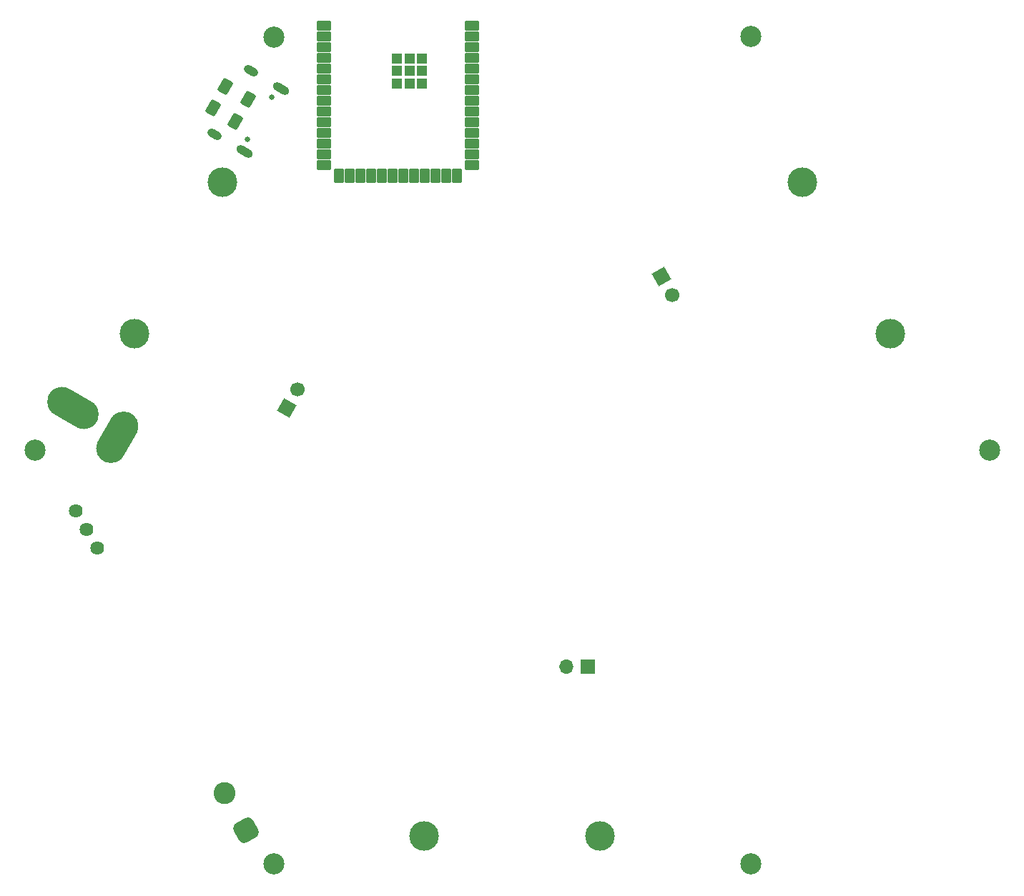
<source format=gbr>
%TF.GenerationSoftware,KiCad,Pcbnew,7.0.6*%
%TF.CreationDate,2024-05-15T12:06:43-04:00*%
%TF.ProjectId,remote_omnidirection_droid_v0.1,72656d6f-7465-45f6-9f6d-6e6964697265,rev?*%
%TF.SameCoordinates,Original*%
%TF.FileFunction,Soldermask,Bot*%
%TF.FilePolarity,Negative*%
%FSLAX46Y46*%
G04 Gerber Fmt 4.6, Leading zero omitted, Abs format (unit mm)*
G04 Created by KiCad (PCBNEW 7.0.6) date 2024-05-15 12:06:43*
%MOMM*%
%LPD*%
G01*
G04 APERTURE LIST*
G04 Aperture macros list*
%AMRoundRect*
0 Rectangle with rounded corners*
0 $1 Rounding radius*
0 $2 $3 $4 $5 $6 $7 $8 $9 X,Y pos of 4 corners*
0 Add a 4 corners polygon primitive as box body*
4,1,4,$2,$3,$4,$5,$6,$7,$8,$9,$2,$3,0*
0 Add four circle primitives for the rounded corners*
1,1,$1+$1,$2,$3*
1,1,$1+$1,$4,$5*
1,1,$1+$1,$6,$7*
1,1,$1+$1,$8,$9*
0 Add four rect primitives between the rounded corners*
20,1,$1+$1,$2,$3,$4,$5,0*
20,1,$1+$1,$4,$5,$6,$7,0*
20,1,$1+$1,$6,$7,$8,$9,0*
20,1,$1+$1,$8,$9,$2,$3,0*%
%AMHorizOval*
0 Thick line with rounded ends*
0 $1 width*
0 $2 $3 position (X,Y) of the first rounded end (center of the circle)*
0 $4 $5 position (X,Y) of the second rounded end (center of the circle)*
0 Add line between two ends*
20,1,$1,$2,$3,$4,$5,0*
0 Add two circle primitives to create the rounded ends*
1,1,$1,$2,$3*
1,1,$1,$4,$5*%
%AMRotRect*
0 Rectangle, with rotation*
0 The origin of the aperture is its center*
0 $1 length*
0 $2 width*
0 $3 Rotation angle, in degrees counterclockwise*
0 Add horizontal line*
21,1,$1,$2,0,0,$3*%
G04 Aperture macros list end*
%ADD10C,2.500000*%
%ADD11C,0.650000*%
%ADD12HorizOval,1.000000X-0.476314X0.275000X0.476314X-0.275000X0*%
%ADD13HorizOval,1.000000X-0.346410X0.200000X0.346410X-0.200000X0*%
%ADD14RoundRect,0.650000X0.887917X-0.237917X0.237917X0.887917X-0.887917X0.237917X-0.237917X-0.887917X0*%
%ADD15C,2.600000*%
%ADD16C,1.625600*%
%ADD17RoundRect,0.250000X0.658910X0.341266X-0.033910X0.741266X-0.658910X-0.341266X0.033910X-0.741266X0*%
%ADD18C,3.500000*%
%ADD19R,1.700000X1.700000*%
%ADD20O,1.700000X1.700000*%
%ADD21RotRect,1.700000X1.700000X30.000000*%
%ADD22HorizOval,1.700000X0.000000X0.000000X0.000000X0.000000X0*%
%ADD23HorizOval,3.500000X-0.750000X-1.299038X0.750000X1.299038X0*%
%ADD24HorizOval,3.500000X1.299038X-0.750000X-1.299038X0.750000X0*%
%ADD25RoundRect,0.102000X0.750000X0.450000X-0.750000X0.450000X-0.750000X-0.450000X0.750000X-0.450000X0*%
%ADD26RoundRect,0.102000X0.450000X0.750000X-0.450000X0.750000X-0.450000X-0.750000X0.450000X-0.750000X0*%
%ADD27RoundRect,0.102000X0.500000X0.500000X-0.500000X0.500000X-0.500000X-0.500000X0.500000X-0.500000X0*%
%ADD28RotRect,1.700000X1.700000X150.000000*%
%ADD29HorizOval,1.700000X0.000000X0.000000X0.000000X0.000000X0*%
G04 APERTURE END LIST*
D10*
%TO.C,H1*%
X44788379Y-109415140D03*
%TD*%
%TO.C,H2*%
X73038388Y-60450586D03*
%TD*%
%TO.C,H3*%
X129538386Y-60412098D03*
%TD*%
%TO.C,H6*%
X73038391Y-158450576D03*
%TD*%
D11*
%TO.C,J1*%
X72818321Y-67535249D03*
X69928321Y-72540875D03*
D12*
X73966334Y-66546832D03*
D13*
X70346348Y-64456832D03*
D12*
X69646334Y-74029292D03*
D13*
X66026348Y-71939292D03*
%TD*%
D14*
%TO.C,TP1*%
X69748627Y-154466371D03*
D15*
X67208627Y-150066962D03*
%TD*%
D10*
%TO.C,H4*%
X157788387Y-109439419D03*
%TD*%
%TO.C,H5*%
X129538380Y-158450572D03*
%TD*%
D16*
%TO.C,SW3*%
X49619374Y-116557189D03*
X50889374Y-118756894D03*
X52159374Y-120956598D03*
%TD*%
D17*
%TO.C,R1*%
X70032522Y-67820576D03*
X67347844Y-66270576D03*
%TD*%
D18*
%TO.C,M3*%
X111688223Y-155104218D03*
X90887897Y-155104220D03*
D19*
X110288226Y-135054220D03*
D20*
X107748226Y-135054220D03*
%TD*%
D18*
%TO.C,M2*%
X135632511Y-77613292D03*
X146032676Y-95626902D03*
D21*
X118968702Y-88850724D03*
D22*
X120238702Y-91050429D03*
%TD*%
D17*
%TO.C,R2*%
X68532522Y-70418652D03*
X65847844Y-68868652D03*
%TD*%
D23*
%TO.C,J3*%
X54541853Y-107895386D03*
D24*
X49260893Y-104442277D03*
%TD*%
D25*
%TO.C,U4*%
X96512905Y-59118675D03*
X96512905Y-60388675D03*
X96512905Y-61658675D03*
X96512905Y-62928675D03*
X96512905Y-64198675D03*
X96512905Y-65468675D03*
X96512905Y-66738675D03*
X96512905Y-68008675D03*
X96512905Y-69278675D03*
X96512905Y-70548675D03*
X96512905Y-71818675D03*
X96512905Y-73088675D03*
X96512905Y-74358675D03*
X96512905Y-75628675D03*
D26*
X94747905Y-76878675D03*
X93477905Y-76878675D03*
X92207905Y-76878675D03*
X90937905Y-76878675D03*
X89667905Y-76878675D03*
X88397905Y-76878675D03*
X87127905Y-76878675D03*
X85857905Y-76878675D03*
X84587905Y-76878675D03*
X83317905Y-76878675D03*
X82047905Y-76878675D03*
X80777905Y-76878675D03*
D25*
X79012905Y-75628675D03*
X79012905Y-74358675D03*
X79012905Y-73088675D03*
X79012905Y-71818675D03*
X79012905Y-70548675D03*
X79012905Y-69278675D03*
X79012905Y-68008675D03*
X79012905Y-66738675D03*
X79012905Y-65468675D03*
X79012905Y-64198675D03*
X79012905Y-62928675D03*
X79012905Y-61658675D03*
X79012905Y-60388675D03*
X79012905Y-59118675D03*
D27*
X89122905Y-64468675D03*
X90622905Y-64468675D03*
X87622905Y-64468675D03*
X90622905Y-65968675D03*
X89122905Y-65968675D03*
X87622905Y-65968675D03*
X90622905Y-62968675D03*
X89122905Y-62968675D03*
X87622905Y-62968675D03*
%TD*%
D18*
%TO.C,M1*%
X56549757Y-95629400D03*
X66949918Y-77615788D03*
D28*
X74613563Y-104441966D03*
D29*
X75883563Y-102242261D03*
%TD*%
M02*

</source>
